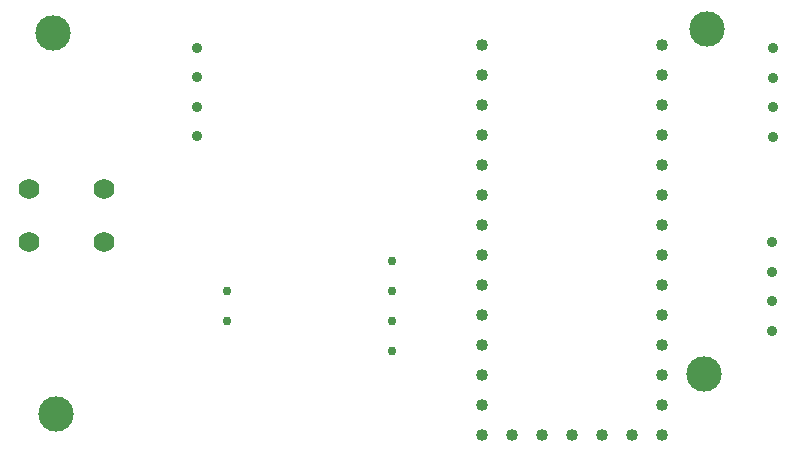
<source format=gbr>
%TF.GenerationSoftware,Altium Limited,Altium Designer,25.2.1 (25)*%
G04 Layer_Color=0*
%FSLAX45Y45*%
%MOMM*%
%TF.SameCoordinates,EB21593C-EBE9-4C46-B465-0E1A71836AD5*%
%TF.FilePolarity,Positive*%
%TF.FileFunction,Plated,1,2,PTH,Drill*%
%TF.Part,Single*%
G01*
G75*
%TA.AperFunction,ComponentDrill*%
%ADD40C,1.02000*%
%ADD41C,1.02001*%
%ADD42C,0.90000*%
%TA.AperFunction,OtherDrill,Pad Free-1 (100.711mm,121.031mm)*%
%ADD43C,3.00000*%
%TA.AperFunction,OtherDrill,Pad Free-1 (100.457mm,91.821mm)*%
%ADD44C,3.00000*%
%TA.AperFunction,OtherDrill,Pad Free-1 (45.339mm,120.65mm)*%
%ADD45C,3.00000*%
%TA.AperFunction,OtherDrill,Pad Free-1 (45.593mm,88.392mm)*%
%ADD46C,3.00000*%
%TA.AperFunction,ComponentDrill*%
%ADD47C,1.76000*%
%ADD48C,0.76200*%
D40*
X9436100Y8661400D02*
D03*
X9182100D02*
D03*
X8928100D02*
D03*
X8674100D02*
D03*
X8420100D02*
D03*
X9690100Y11963400D02*
D03*
Y11709400D02*
D03*
Y11455400D02*
D03*
Y11201400D02*
D03*
Y10947400D02*
D03*
Y10693400D02*
D03*
Y10439400D02*
D03*
Y10185400D02*
D03*
Y9931400D02*
D03*
Y9677400D02*
D03*
Y9423400D02*
D03*
Y9169400D02*
D03*
Y8915400D02*
D03*
Y8661400D02*
D03*
X8166100Y11709400D02*
D03*
Y11455400D02*
D03*
Y11201400D02*
D03*
Y10947400D02*
D03*
Y10693400D02*
D03*
Y10439400D02*
D03*
Y10185400D02*
D03*
Y9931400D02*
D03*
Y9677400D02*
D03*
Y9423400D02*
D03*
Y9169400D02*
D03*
Y8915400D02*
D03*
Y8661400D02*
D03*
D41*
Y11963400D02*
D03*
D42*
X10617200Y9545700D02*
D03*
Y9795700D02*
D03*
Y10045700D02*
D03*
Y10295700D02*
D03*
X5753100Y11192700D02*
D03*
Y11442700D02*
D03*
Y11692700D02*
D03*
Y11942700D02*
D03*
X10629900Y11188700D02*
D03*
Y11438700D02*
D03*
Y11688700D02*
D03*
Y11938700D02*
D03*
D43*
X10071100Y12103100D02*
D03*
D44*
X10045700Y9182100D02*
D03*
D45*
X4533900Y12065000D02*
D03*
D46*
X4559300Y8839200D02*
D03*
D47*
X4330700Y10744700D02*
D03*
Y10299700D02*
D03*
X4965700Y10744700D02*
D03*
Y10299700D02*
D03*
D48*
X6007100Y9880600D02*
D03*
Y9626600D02*
D03*
X7404100Y9372600D02*
D03*
Y9626600D02*
D03*
Y9880600D02*
D03*
Y10134600D02*
D03*
%TF.MD5,bf1e4b200858b7ae3a34084e50717b43*%
M02*

</source>
